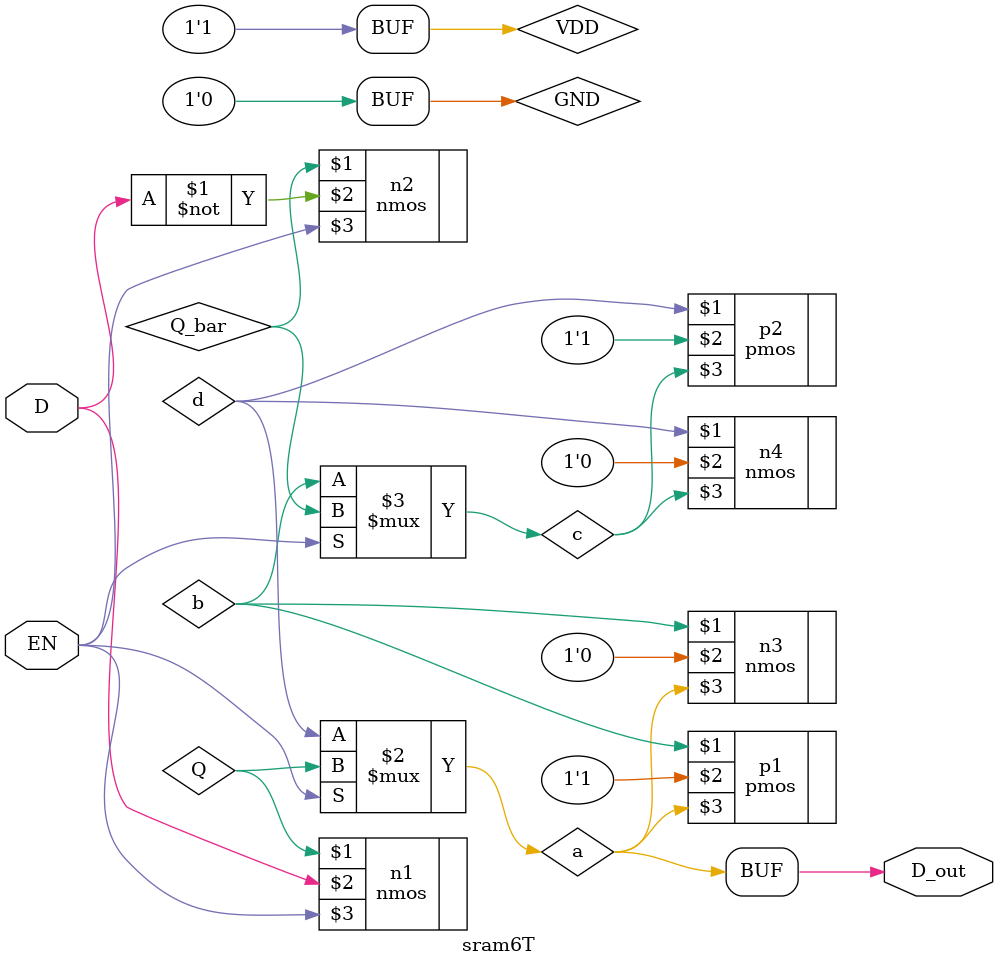
<source format=v>
module sram6T(input D, input EN, output D_out);
supply1 VDD;
supply0 GND;
wire Q, Q_bar;
wire a, b, c, d;	

nmos n1(Q, D, EN);
nmos n2(Q_bar, (~D), EN);

assign a = (EN) ? Q : d;
assign c = (EN) ? Q_bar : b;

pmos p1(b, VDD, a);
nmos n3(b, GND, a);

pmos p2(d, VDD, c);
nmos n4(d, GND, c);

assign D_out = a;
endmodule

</source>
